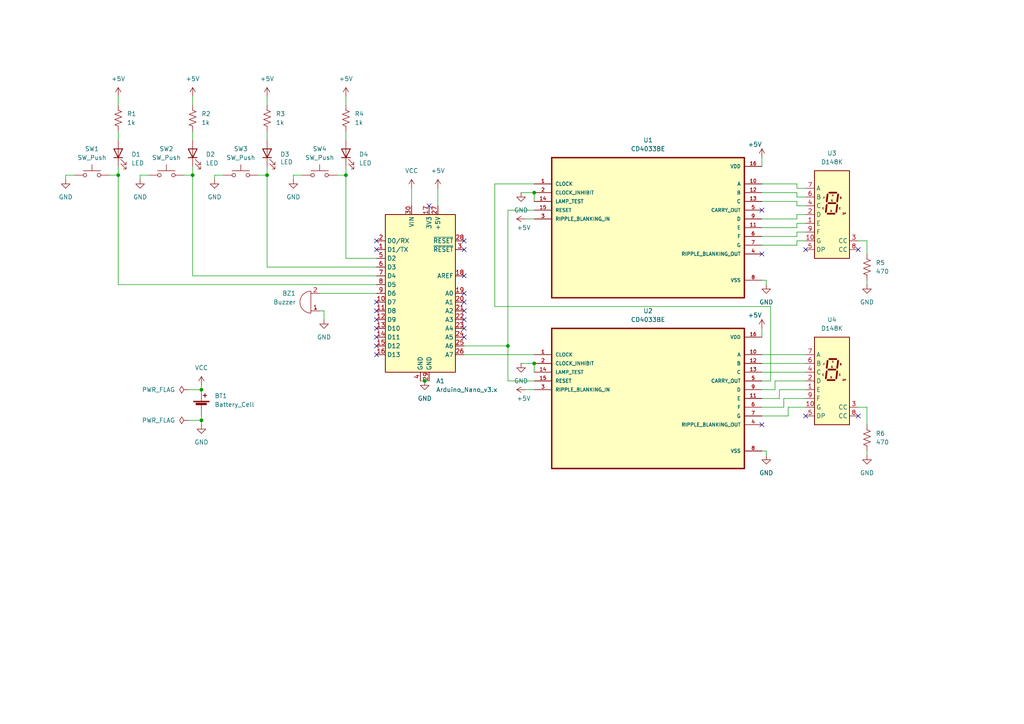
<source format=kicad_sch>
(kicad_sch (version 20211123) (generator eeschema)
  (paper "A4")
  (title_block (title "Simon Dice") (date "2023-02-08"))
  (lib_symbols
    (symbol "CD4033BE:CD4033BE" (pin_names (offset 1.016))
      (property "Reference" "U" (at -27.94 21.32 0))
      (property "Value" "CD4033BE" (at -27.94 -24.32 0))
      (symbol "CD4033BE_0_0"
        (rectangle (start -27.94 -20.32) (end 27.94 20.32) (stroke (width 0.41)) (fill (type background)))
        (pin input line (at -33.02 12.7 0) (length 5.08) (name "CLOCK") (number "1"))
        (pin output line (at 33.02 12.7 180) (length 5.08) (name "A") (number "10"))
        (pin output line (at 33.02 0 180) (length 5.08) (name "E") (number "11"))
        (pin output line (at 33.02 10.16 180) (length 5.08) (name "B") (number "12"))
        (pin output line (at 33.02 7.62 180) (length 5.08) (name "C") (number "13"))
        (pin input line (at -33.02 7.62 0) (length 5.08) (name "LAMP_TEST") (number "14"))
        (pin input line (at -33.02 5.08 0) (length 5.08) (name "RESET") (number "15"))
        (pin power_in line (at 33.02 17.78 180) (length 5.08) (name "VDD") (number "16"))
        (pin input line (at -33.02 10.16 0) (length 5.08) (name "CLOCK_INHIBIT") (number "2"))
        (pin input line (at -33.02 2.54 0) (length 5.08) (name "RIPPLE_BLANKING_IN") (number "3"))
        (pin output line (at 33.02 -7.62 180) (length 5.08) (name "RIPPLE_BLANKING_OUT") (number "4"))
        (pin output line (at 33.02 5.08 180) (length 5.08) (name "CARRY_OUT") (number "5"))
        (pin output line (at 33.02 -2.54 180) (length 5.08) (name "F") (number "6"))
        (pin output line (at 33.02 -5.08 180) (length 5.08) (name "G") (number "7"))
        (pin power_in line (at 33.02 -15.24 180) (length 5.08) (name "VSS") (number "8"))
        (pin output line (at 33.02 2.54 180) (length 5.08) (name "D") (number "9"))
      )
    )
    (symbol "Device:Battery_Cell" (pin_numbers hide) (pin_names (offset 0) hide)
      (property "Reference" "BT" (at 2.54 2.54 0))
      (property "Value" "Battery_Cell" (at 2.54 0 0))
      (symbol "Battery_Cell_0_1"
        (rectangle (start -2.286 1.778) (end 2.286 1.524) (fill (type outline)))
        (rectangle (start -1.5748 1.1938) (end 1.4732 0.6858) (fill (type outline)))
        (polyline (pts (xy 0 0.762) (xy 0 0)))
        (polyline (pts (xy 0 1.778) (xy 0 2.54)))
        (polyline (pts (xy 0.508 3.429) (xy 1.524 3.429)) (stroke (width 0.254)))
        (polyline (pts (xy 1.016 3.937) (xy 1.016 2.921)) (stroke (width 0.254)))
      )
      (symbol "Battery_Cell_1_1"
        (pin passive line (at 0 5.08 270) (length 2.54) (name "+") (number "1"))
        (pin passive line (at 0 -2.54 90) (length 2.54) (name "-") (number "2"))
      )
    )
    (symbol "Device:Buzzer" (pin_names (offset 0.0254) hide)
      (property "Reference" "BZ" (at 3.81 1.27 0))
      (property "Value" "Buzzer" (at 3.81 -1.27 0))
      (symbol "Buzzer_0_1"
        (arc (start 0 -3.175) (mid 3.175 0) (end 0 3.175))
        (polyline (pts (xy -1.651 1.905) (xy -1.143 1.905)))
        (polyline (pts (xy -1.397 2.159) (xy -1.397 1.651)))
        (polyline (pts (xy 0 3.175) (xy 0 -3.175)))
      )
      (symbol "Buzzer_1_1"
        (pin passive line (at -2.54 2.54 0) (length 2.54) (name "-") (number "1"))
        (pin passive line (at -2.54 -2.54 0) (length 2.54) (name "+") (number "2"))
      )
    )
    (symbol "Device:LED" (pin_numbers hide) (pin_names (offset 1.016) hide)
      (property "Reference" "D" (at 0 2.54 0))
      (property "Value" "LED" (at 0 -2.54 0))
      (symbol "LED_0_1"
        (polyline (pts (xy -1.27 -1.27) (xy -1.27 1.27)) (stroke (width 0.254)))
        (polyline (pts (xy -1.27 0) (xy 1.27 0)))
        (polyline (pts (xy 1.27 -1.27) (xy 1.27 1.27) (xy -1.27 0) (xy 1.27 -1.27)) (stroke (width 0.254)))
        (polyline (pts (xy -3.048 -0.762) (xy -4.572 -2.286) (xy -3.81 -2.286) (xy -4.572 -2.286) (xy -4.572 -1.524)))
        (polyline (pts (xy -1.778 -0.762) (xy -3.302 -2.286) (xy -2.54 -2.286) (xy -3.302 -2.286) (xy -3.302 -1.524)))
      )
      (symbol "LED_1_1"
        (pin passive line (at -3.81 0 0) (length 2.54) (name "K") (number "1"))
        (pin passive line (at 3.81 0 180) (length 2.54) (name "A") (number "2"))
      )
    )
    (symbol "Device:R_US" (pin_numbers hide) (pin_names (offset 0))
      (property "Reference" "R" (at 2.54 0 90))
      (property "Value" "R_US" (at -2.54 0 90))
      (symbol "R_US_0_1"
        (polyline (pts (xy 0 -2.286) (xy 0 -2.54)))
        (polyline (pts (xy 0 2.286) (xy 0 2.54)))
        (polyline (pts (xy 0 -0.762) (xy 1.016 -1.143) (xy 0 -1.524) (xy -1.016 -1.905) (xy 0 -2.286)))
        (polyline (pts (xy 0 0.762) (xy 1.016 0.381) (xy 0 0) (xy -1.016 -0.381) (xy 0 -0.762)))
        (polyline (pts (xy 0 2.286) (xy 1.016 1.905) (xy 0 1.524) (xy -1.016 1.143) (xy 0 0.762)))
      )
      (symbol "R_US_1_1"
        (pin passive line (at 0 3.81 270) (length 1.27) (name "~") (number "1"))
        (pin passive line (at 0 -3.81 90) (length 1.27) (name "~") (number "2"))
      )
    )
    (symbol "Display_Character:D148K"
      (property "Reference" "U" (at -2.54 13.97 0))
      (property "Value" "D148K" (at 1.27 13.97 0))
      (symbol "D148K_0_0"
        (text "A" (at 0.254 5.588 0) (effects (font (size 0.508 0.508))))
        (text "B" (at 2.54 4.826 0) (effects (font (size 0.508 0.508))))
        (text "C" (at 2.286 1.778 0) (effects (font (size 0.508 0.508))))
        (text "D" (at -0.254 1.016 0) (effects (font (size 0.508 0.508))))
        (text "DP" (at 3.556 0.254 0) (effects (font (size 0.508 0.508))))
        (text "E" (at -2.54 1.778 0) (effects (font (size 0.508 0.508))))
        (text "F" (at -2.286 4.826 0) (effects (font (size 0.508 0.508))))
        (text "G" (at 0 4.064 0) (effects (font (size 0.508 0.508))))
      )
      (symbol "D148K_0_1"
        (rectangle (start -5.08 12.7) (end 5.08 -12.7) (stroke (width 0.254)) (fill (type background)))
        (polyline (pts (xy -1.524 2.794) (xy -1.778 0.762)) (stroke (width 0.508)))
        (polyline (pts (xy -1.27 0.254) (xy 0.762 0.254)) (stroke (width 0.508)))
        (polyline (pts (xy -1.27 5.842) (xy -1.524 3.81)) (stroke (width 0.508)))
        (polyline (pts (xy -1.016 3.302) (xy 1.016 3.302)) (stroke (width 0.508)))
        (polyline (pts (xy -0.762 6.35) (xy 1.27 6.35)) (stroke (width 0.508)))
        (polyline (pts (xy 1.524 2.794) (xy 1.27 0.762)) (stroke (width 0.508)))
        (polyline (pts (xy 1.778 5.842) (xy 1.524 3.81)) (stroke (width 0.508)))
        (polyline (pts (xy 2.54 0.254) (xy 2.54 0.254)) (stroke (width 0.508)))
      )
      (symbol "D148K_1_1"
        (pin input line (at -7.62 -2.54 0) (length 2.54) (name "E") (number "1"))
        (pin input line (at -7.62 -7.62 0) (length 2.54) (name "G") (number "10"))
        (pin input line (at -7.62 0 0) (length 2.54) (name "D") (number "2"))
        (pin input line (at 7.62 -7.62 180) (length 2.54) (name "CC") (number "3"))
        (pin input line (at -7.62 2.54 0) (length 2.54) (name "C") (number "4"))
        (pin input line (at -7.62 -10.16 0) (length 2.54) (name "DP") (number "5"))
        (pin input line (at -7.62 5.08 0) (length 2.54) (name "B") (number "6"))
        (pin input line (at -7.62 7.62 0) (length 2.54) (name "A") (number "7"))
        (pin input line (at 7.62 -10.16 180) (length 2.54) (name "CC") (number "8"))
        (pin input line (at -7.62 -5.08 0) (length 2.54) (name "F") (number "9"))
      )
    )
    (symbol "MCU_Module:Arduino_Nano_v3.x"
      (property "Reference" "A" (at -10.16 23.495 0))
      (property "Value" "Arduino_Nano_v3.x" (at 5.08 -24.13 0))
      (symbol "Arduino_Nano_v3.x_0_1"
        (rectangle (start -10.16 22.86) (end 10.16 -22.86) (stroke (width 0.254)) (fill (type background)))
      )
      (symbol "Arduino_Nano_v3.x_1_1"
        (pin bidirectional line (at -12.7 12.7 0) (length 2.54) (name "D1/TX") (number "1"))
        (pin bidirectional line (at -12.7 -2.54 0) (length 2.54) (name "D7") (number "10"))
        (pin bidirectional line (at -12.7 -5.08 0) (length 2.54) (name "D8") (number "11"))
        (pin bidirectional line (at -12.7 -7.62 0) (length 2.54) (name "D9") (number "12"))
        (pin bidirectional line (at -12.7 -10.16 0) (length 2.54) (name "D10") (number "13"))
        (pin bidirectional line (at -12.7 -12.7 0) (length 2.54) (name "D11") (number "14"))
        (pin bidirectional line (at -12.7 -15.24 0) (length 2.54) (name "D12") (number "15"))
        (pin bidirectional line (at -12.7 -17.78 0) (length 2.54) (name "D13") (number "16"))
        (pin power_out line (at 2.54 25.4 270) (length 2.54) (name "3V3") (number "17"))
        (pin input line (at 12.7 5.08 180) (length 2.54) (name "AREF") (number "18"))
        (pin bidirectional line (at 12.7 0 180) (length 2.54) (name "A0") (number "19"))
        (pin bidirectional line (at -12.7 15.24 0) (length 2.54) (name "D0/RX") (number "2"))
        (pin bidirectional line (at 12.7 -2.54 180) (length 2.54) (name "A1") (number "20"))
        (pin bidirectional line (at 12.7 -5.08 180) (length 2.54) (name "A2") (number "21"))
        (pin bidirectional line (at 12.7 -7.62 180) (length 2.54) (name "A3") (number "22"))
        (pin bidirectional line (at 12.7 -10.16 180) (length 2.54) (name "A4") (number "23"))
        (pin bidirectional line (at 12.7 -12.7 180) (length 2.54) (name "A5") (number "24"))
        (pin bidirectional line (at 12.7 -15.24 180) (length 2.54) (name "A6") (number "25"))
        (pin bidirectional line (at 12.7 -17.78 180) (length 2.54) (name "A7") (number "26"))
        (pin power_out line (at 5.08 25.4 270) (length 2.54) (name "+5V") (number "27"))
        (pin input line (at 12.7 15.24 180) (length 2.54) (name "~{RESET}") (number "28"))
        (pin power_in line (at 2.54 -25.4 90) (length 2.54) (name "GND") (number "29"))
        (pin input line (at 12.7 12.7 180) (length 2.54) (name "~{RESET}") (number "3"))
        (pin power_in line (at -2.54 25.4 270) (length 2.54) (name "VIN") (number "30"))
        (pin power_in line (at 0 -25.4 90) (length 2.54) (name "GND") (number "4"))
        (pin bidirectional line (at -12.7 10.16 0) (length 2.54) (name "D2") (number "5"))
        (pin bidirectional line (at -12.7 7.62 0) (length 2.54) (name "D3") (number "6"))
        (pin bidirectional line (at -12.7 5.08 0) (length 2.54) (name "D4") (number "7"))
        (pin bidirectional line (at -12.7 2.54 0) (length 2.54) (name "D5") (number "8"))
        (pin bidirectional line (at -12.7 0 0) (length 2.54) (name "D6") (number "9"))
      )
    )
    (symbol "Switch:SW_Push" (pin_numbers hide) (pin_names (offset 1.016) hide)
      (property "Reference" "SW" (at 1.27 2.54 0))
      (property "Value" "SW_Push" (at 0 -1.524 0))
      (symbol "SW_Push_0_1"
        (circle (center -2.032 0) (radius 0.508))
        (polyline (pts (xy 0 1.27) (xy 0 3.048)))
        (polyline (pts (xy 2.54 1.27) (xy -2.54 1.27)))
        (circle (center 2.032 0) (radius 0.508))
        (pin passive line (at -5.08 0 0) (length 2.54) (name "1") (number "1"))
        (pin passive line (at 5.08 0 180) (length 2.54) (name "2") (number "2"))
      )
    )
    (symbol "power:+5V" (power) (pin_names (offset 0))
      (property "Value" "+5V" (at 0 3.556 0))
      (symbol "+5V_0_1"
        (polyline (pts (xy -0.762 1.27) (xy 0 2.54)))
        (polyline (pts (xy 0 0) (xy 0 2.54)))
        (polyline (pts (xy 0 2.54) (xy 0.762 1.27)))
      )
      (symbol "+5V_1_1"
        (pin power_in line (at 0 0 90) (length 0) hide (name "+5V") (number "1"))
      )
    )
    (symbol "power:GND" (power) (pin_names (offset 0))
      (property "Value" "GND" (at 0 -3.81 0))
      (symbol "GND_0_1"
        (polyline (pts (xy 0 0) (xy 0 -1.27) (xy 1.27 -1.27) (xy 0 -2.54) (xy -1.27 -1.27) (xy 0 -1.27)))
      )
      (symbol "GND_1_1"
        (pin power_in line (at 0 0 270) (length 0) hide (name "GND") (number "1"))
      )
    )
    (symbol "power:PWR_FLAG" (power) (pin_numbers hide) (pin_names (offset 0) hide)
      (property "Value" "PWR_FLAG" (at 0 3.81 0))
      (symbol "PWR_FLAG_0_0"
        (pin power_out line (at 0 0 90) (length 0) (name "pwr") (number "1"))
      )
      (symbol "PWR_FLAG_0_1"
        (polyline (pts (xy 0 0) (xy 0 1.27) (xy -1.016 1.905) (xy 0 2.54) (xy 1.016 1.905) (xy 0 1.27)))
      )
    )
    (symbol "power:VCC" (power) (pin_names (offset 0))
      (property "Value" "VCC" (at 0 3.81 0))
      (symbol "VCC_0_1"
        (polyline (pts (xy -0.762 1.27) (xy 0 2.54)))
        (polyline (pts (xy 0 0) (xy 0 2.54)))
        (polyline (pts (xy 0 2.54) (xy 0.762 1.27)))
      )
      (symbol "VCC_1_1"
        (pin power_in line (at 0 0 90) (length 0) hide (name "VCC") (number "1"))
      )
    )
  )
  (junction (at 123.19 110.49))
  (junction (at 147.32 100.33))
  (junction (at 58.42 113.03))
  (junction (at 154.94 105.41))
  (junction (at 100.33 50.8))
  (junction (at 154.94 55.88))
  (junction (at 58.42 121.92))
  (junction (at 34.29 50.8))
  (junction (at 55.88 50.8))
  (junction (at 77.47 50.8))
  (no_connect (at 134.62 90.17))
  (no_connect (at 233.68 120.65))
  (no_connect (at 109.22 69.85))
  (no_connect (at 109.22 87.63))
  (no_connect (at 124.46 59.69))
  (no_connect (at 109.22 95.25))
  (no_connect (at 109.22 90.17))
  (no_connect (at 109.22 100.33))
  (no_connect (at 134.62 80.01))
  (no_connect (at 109.22 72.39))
  (no_connect (at 134.62 97.79))
  (no_connect (at 109.22 102.87))
  (no_connect (at 134.62 92.71))
  (no_connect (at 109.22 92.71))
  (no_connect (at 134.62 72.39))
  (no_connect (at 134.62 87.63))
  (no_connect (at 134.62 95.25))
  (no_connect (at 134.62 85.09))
  (no_connect (at 220.98 123.19))
  (no_connect (at 248.92 120.65))
  (no_connect (at 220.98 60.96))
  (no_connect (at 220.98 73.66))
  (no_connect (at 109.22 97.79))
  (no_connect (at 134.62 69.85))
  (no_connect (at 233.68 72.39))
  (no_connect (at 248.92 72.39))
  (wire (pts (xy 220.98 113.03) (xy 224.79 113.03)))
  (wire (pts (xy 226.06 115.57) (xy 226.06 113.03)))
  (wire (pts (xy 58.42 111.76) (xy 58.42 113.03)))
  (wire (pts (xy 40.64 50.8) (xy 40.64 52.07)))
  (wire (pts (xy 43.18 50.8) (xy 40.64 50.8)))
  (wire (pts (xy 54.61 121.92) (xy 58.42 121.92)))
  (wire (pts (xy 220.98 58.42) (xy 231.14 58.42)))
  (wire (pts (xy 233.68 69.85) (xy 231.14 69.85)))
  (wire (pts (xy 224.79 110.49) (xy 233.68 110.49)))
  (wire (pts (xy 55.88 50.8) (xy 53.34 50.8)))
  (wire (pts (xy 100.33 50.8) (xy 97.79 50.8)))
  (wire (pts (xy 109.22 74.93) (xy 100.33 74.93)))
  (wire (pts (xy 55.88 80.01) (xy 55.88 50.8)))
  (wire (pts (xy 19.05 50.8) (xy 19.05 52.07)))
  (wire (pts (xy 223.52 110.49) (xy 223.52 88.9)))
  (wire (pts (xy 58.42 120.65) (xy 58.42 121.92)))
  (wire (pts (xy 220.98 81.28) (xy 222.25 81.28)))
  (wire (pts (xy 109.22 80.01) (xy 55.88 80.01)))
  (wire (pts (xy 58.42 121.92) (xy 58.42 123.19)))
  (wire (pts (xy 228.6 120.65) (xy 228.6 118.11)))
  (wire (pts (xy 143.51 88.9) (xy 143.51 53.34)))
  (wire (pts (xy 55.88 48.26) (xy 55.88 50.8)))
  (wire (pts (xy 121.92 110.49) (xy 123.19 110.49)))
  (wire (pts (xy 231.14 69.85) (xy 231.14 71.12)))
  (wire (pts (xy 134.62 100.33) (xy 147.32 100.33)))
  (wire (pts (xy 220.98 102.87) (xy 233.68 102.87)))
  (wire (pts (xy 55.88 27.94) (xy 55.88 30.48)))
  (wire (pts (xy 77.47 77.47) (xy 77.47 50.8)))
  (wire (pts (xy 220.98 53.34) (xy 231.14 53.34)))
  (wire (pts (xy 231.14 58.42) (xy 231.14 59.69)))
  (wire (pts (xy 233.68 57.15) (xy 231.14 57.15)))
  (wire (pts (xy 54.61 113.03) (xy 58.42 113.03)))
  (wire (pts (xy 220.98 45.72) (xy 220.98 48.26)))
  (wire (pts (xy 152.4 63.5) (xy 154.94 63.5)))
  (wire (pts (xy 151.13 105.41) (xy 154.94 105.41)))
  (wire (pts (xy 100.33 27.94) (xy 100.33 30.48)))
  (wire (pts (xy 93.98 90.17) (xy 93.98 92.71)))
  (wire (pts (xy 231.14 67.31) (xy 233.68 67.31)))
  (wire (pts (xy 226.06 113.03) (xy 233.68 113.03)))
  (wire (pts (xy 220.98 68.58) (xy 231.14 68.58)))
  (wire (pts (xy 231.14 57.15) (xy 231.14 55.88)))
  (wire (pts (xy 34.29 38.1) (xy 34.29 40.64)))
  (wire (pts (xy 227.33 115.57) (xy 233.68 115.57)))
  (wire (pts (xy 220.98 118.11) (xy 227.33 118.11)))
  (wire (pts (xy 251.46 123.19) (xy 251.46 118.11)))
  (wire (pts (xy 228.6 118.11) (xy 233.68 118.11)))
  (wire (pts (xy 220.98 105.41) (xy 233.68 105.41)))
  (wire (pts (xy 251.46 118.11) (xy 248.92 118.11)))
  (wire (pts (xy 77.47 50.8) (xy 74.93 50.8)))
  (wire (pts (xy 223.52 88.9) (xy 143.51 88.9)))
  (wire (pts (xy 220.98 130.81) (xy 222.25 130.81)))
  (wire (pts (xy 231.14 55.88) (xy 220.98 55.88)))
  (wire (pts (xy 231.14 62.23) (xy 233.68 62.23)))
  (wire (pts (xy 251.46 81.28) (xy 251.46 82.55)))
  (wire (pts (xy 34.29 50.8) (xy 31.75 50.8)))
  (wire (pts (xy 154.94 55.88) (xy 154.94 58.42)))
  (wire (pts (xy 127 54.61) (xy 127 59.69)))
  (wire (pts (xy 92.71 90.17) (xy 93.98 90.17)))
  (wire (pts (xy 251.46 69.85) (xy 251.46 73.66)))
  (wire (pts (xy 222.25 130.81) (xy 222.25 132.08)))
  (wire (pts (xy 34.29 27.94) (xy 34.29 30.48)))
  (wire (pts (xy 134.62 102.87) (xy 154.94 102.87)))
  (wire (pts (xy 77.47 48.26) (xy 77.47 50.8)))
  (wire (pts (xy 231.14 59.69) (xy 233.68 59.69)))
  (wire (pts (xy 231.14 66.04) (xy 231.14 64.77)))
  (wire (pts (xy 231.14 54.61) (xy 233.68 54.61)))
  (wire (pts (xy 143.51 53.34) (xy 154.94 53.34)))
  (wire (pts (xy 220.98 107.95) (xy 233.68 107.95)))
  (wire (pts (xy 227.33 118.11) (xy 227.33 115.57)))
  (wire (pts (xy 124.46 110.49) (xy 123.19 110.49)))
  (wire (pts (xy 220.98 95.25) (xy 220.98 97.79)))
  (wire (pts (xy 64.77 50.8) (xy 62.23 50.8)))
  (wire (pts (xy 248.92 69.85) (xy 251.46 69.85)))
  (wire (pts (xy 231.14 53.34) (xy 231.14 54.61)))
  (wire (pts (xy 154.94 105.41) (xy 154.94 107.95)))
  (wire (pts (xy 231.14 64.77) (xy 233.68 64.77)))
  (wire (pts (xy 220.98 63.5) (xy 231.14 63.5)))
  (wire (pts (xy 77.47 38.1) (xy 77.47 40.64)))
  (wire (pts (xy 147.32 60.96) (xy 154.94 60.96)))
  (wire (pts (xy 109.22 77.47) (xy 77.47 77.47)))
  (wire (pts (xy 251.46 130.81) (xy 251.46 132.08)))
  (wire (pts (xy 231.14 63.5) (xy 231.14 62.23)))
  (wire (pts (xy 55.88 38.1) (xy 55.88 40.64)))
  (wire (pts (xy 220.98 120.65) (xy 228.6 120.65)))
  (wire (pts (xy 231.14 71.12) (xy 220.98 71.12)))
  (wire (pts (xy 100.33 74.93) (xy 100.33 50.8)))
  (wire (pts (xy 85.09 50.8) (xy 85.09 52.07)))
  (wire (pts (xy 231.14 68.58) (xy 231.14 67.31)))
  (wire (pts (xy 224.79 113.03) (xy 224.79 110.49)))
  (wire (pts (xy 154.94 110.49) (xy 147.32 110.49)))
  (wire (pts (xy 222.25 81.28) (xy 222.25 82.55)))
  (wire (pts (xy 34.29 82.55) (xy 34.29 50.8)))
  (wire (pts (xy 151.13 55.88) (xy 154.94 55.88)))
  (wire (pts (xy 100.33 48.26) (xy 100.33 50.8)))
  (wire (pts (xy 92.71 85.09) (xy 109.22 85.09)))
  (wire (pts (xy 220.98 115.57) (xy 226.06 115.57)))
  (wire (pts (xy 77.47 27.94) (xy 77.47 30.48)))
  (wire (pts (xy 34.29 48.26) (xy 34.29 50.8)))
  (wire (pts (xy 100.33 38.1) (xy 100.33 40.64)))
  (wire (pts (xy 119.38 54.61) (xy 119.38 59.69)))
  (wire (pts (xy 87.63 50.8) (xy 85.09 50.8)))
  (wire (pts (xy 147.32 60.96) (xy 147.32 100.33)))
  (wire (pts (xy 220.98 110.49) (xy 223.52 110.49)))
  (wire (pts (xy 62.23 50.8) (xy 62.23 52.07)))
  (wire (pts (xy 220.98 66.04) (xy 231.14 66.04)))
  (wire (pts (xy 109.22 82.55) (xy 34.29 82.55)))
  (wire (pts (xy 152.4 113.03) (xy 154.94 113.03)))
  (wire (pts (xy 147.32 100.33) (xy 147.32 110.49)))
  (wire (pts (xy 21.59 50.8) (xy 19.05 50.8)))
  (symbol (lib_id "power:+5V") (at 152.4 63.5 90) (unit 1)
    (property "Reference" "#PWR017" (effects hide))
    (property "Value" "+5V" (at 149.86 66.04 90) (effects (justify right)))
  )
  (symbol (lib_id "Device:Buzzer") (at 90.17 87.63 180) (unit 1)
    (property "Reference" "BZ1" (at 83.82 85.09 0))
    (property "Value" "Buzzer" (at 82.55 87.63 0))
    (property "Footprint" "Buzzer_Beeper:Buzzer_12x9.5RM7.6" (effects hide))
  )
  (symbol (lib_id "power:+5V") (at 77.47 27.94 0) (unit 1)
    (property "Reference" "#PWR08" (effects hide))
    (property "Value" "+5V" (at 77.47 22.86 0))
  )
  (symbol (lib_id "Device:LED") (at 77.47 44.45 90) (unit 1)
    (property "Reference" "D3" (at 81.28 44.7674 90) (effects (justify right)))
    (property "Value" "LED" (at 81.28 46.99 90) (effects (justify right)))
    (property "Footprint" "LED_THT:LED_D3.0mm" (effects hide))
  )
  (symbol (lib_id "power:GND") (at 40.64 52.07 0) (unit 1)
    (property "Reference" "#PWR03" (effects hide))
    (property "Value" "GND" (at 40.64 57.15 0))
  )
  (symbol (lib_id "CD4033BE:CD4033BE") (at 187.96 115.57 0) (unit 1)
    (property "Reference" "U2" (at 187.96 90.17 0))
    (property "Value" "CD4033BE" (at 187.96 92.71 0))
    (property "Footprint" "CD4033:DIP794W45P254L1969H508Q16" (effects hide))
  )
  (symbol (lib_id "power:GND") (at 151.13 105.41 0) (unit 1)
    (property "Reference" "#PWR016" (effects hide))
    (property "Value" "GND" (at 151.13 110.49 0))
  )
  (symbol (lib_id "CD4033BE:CD4033BE") (at 187.96 66.04 0) (unit 1)
    (property "Reference" "U1" (at 187.96 40.64 0))
    (property "Value" "CD4033BE" (at 187.96 43.18 0))
    (property "Footprint" "CD4033:DIP794W45P254L1969H508Q16" (effects hide))
  )
  (symbol (lib_id "Device:R_US") (at 77.47 34.29 0) (unit 1)
    (property "Reference" "R3" (at 80.01 33.0199 0) (effects (justify left)))
    (property "Value" "1k" (at 80.01 35.5599 0) (effects (justify left)))
    (property "Footprint" "Resistor_THT:R_Axial_DIN0204_L3.6mm_D1.6mm_P5.08mm_Horizontal" (effects hide))
  )
  (symbol (lib_id "power:GND") (at 222.25 132.08 0) (unit 1)
    (property "Reference" "#PWR022" (effects hide))
    (property "Value" "GND" (at 222.25 137.16 0))
  )
  (symbol (lib_id "Switch:SW_Push") (at 92.71 50.8 0) (unit 1)
    (property "Reference" "SW4" (at 92.71 43.18 0))
    (property "Value" "SW_Push" (at 92.71 45.72 0))
    (property "Footprint" "Button_Switch_THT:SW_PUSH-12mm" (effects hide))
  )
  (symbol (lib_id "power:GND") (at 251.46 132.08 0) (unit 1)
    (property "Reference" "#PWR024" (effects hide))
    (property "Value" "GND" (at 251.46 137.16 0))
  )
  (symbol (lib_id "power:GND") (at 93.98 92.71 0) (unit 1)
    (property "Reference" "#PWR010" (effects hide))
    (property "Value" "GND" (at 93.98 97.79 0))
  )
  (symbol (lib_id "Switch:SW_Push") (at 69.85 50.8 0) (unit 1)
    (property "Reference" "SW3" (at 69.85 43.18 0))
    (property "Value" "SW_Push" (at 69.85 45.72 0))
    (property "Footprint" "Button_Switch_THT:SW_PUSH-12mm" (effects hide))
  )
  (symbol (lib_id "power:+5V") (at 220.98 95.25 0) (unit 1)
    (property "Reference" "#PWR020" (effects hide))
    (property "Value" "+5V" (at 220.98 91.44 0) (effects (justify right)))
  )
  (symbol (lib_id "power:+5V") (at 34.29 27.94 0) (unit 1)
    (property "Reference" "#PWR02" (effects hide))
    (property "Value" "+5V" (at 34.29 22.86 0))
  )
  (symbol (lib_id "Device:LED") (at 55.88 44.45 90) (unit 1)
    (property "Reference" "D2" (at 59.69 44.7674 90) (effects (justify right)))
    (property "Value" "LED" (at 59.69 47.3074 90) (effects (justify right)))
    (property "Footprint" "LED_THT:LED_D3.0mm" (effects hide))
  )
  (symbol (lib_id "power:GND") (at 62.23 52.07 0) (unit 1)
    (property "Reference" "#PWR07" (effects hide))
    (property "Value" "GND" (at 62.23 57.15 0))
  )
  (symbol (lib_id "power:GND") (at 123.19 110.49 0) (unit 1)
    (property "Reference" "#PWR013" (effects hide))
    (property "Value" "GND" (at 123.19 115.57 0))
  )
  (symbol (lib_id "Display_Character:D148K") (at 241.3 62.23 0) (unit 1)
    (property "Reference" "U3" (at 241.3 44.45 0))
    (property "Value" "D148K" (at 241.3 46.99 0))
    (property "Footprint" "Display_7Segment:D1X8K" (effects hide))
    (property "Datasheet" "https://ia800903.us.archive.org/24/items/CTKD1x8K/Cromatek%20D168K.pdf" (effects hide))
  )
  (symbol (lib_id "MCU_Module:Arduino_Nano_v3.x") (at 121.92 85.09 0) (unit 1)
    (property "Reference" "A1" (at 126.4794 110.49 0) (effects (justify left)))
    (property "Value" "Arduino_Nano_v3.x" (at 126.4794 113.03 0) (effects (justify left)))
    (property "Footprint" "Module:Arduino_Nano" (effects hide))
    (property "Datasheet" "http://www.mouser.com/pdfdocs/Gravitech_Arduino_Nano3_0.pdf" (effects hide))
  )
  (symbol (lib_id "power:+5V") (at 127 54.61 0) (unit 1)
    (property "Reference" "#PWR014" (effects hide))
    (property "Value" "+5V" (at 127 49.53 0))
  )
  (symbol (lib_id "Device:LED") (at 34.29 44.45 90) (unit 1)
    (property "Reference" "D1" (at 38.1 44.7674 90) (effects (justify right)))
    (property "Value" "LED" (at 38.1 47.3074 90) (effects (justify right)))
    (property "Footprint" "LED_THT:LED_D3.0mm" (effects hide))
  )
  (symbol (lib_id "Switch:SW_Push") (at 26.67 50.8 0) (unit 1)
    (property "Reference" "SW1" (at 26.67 43.18 0))
    (property "Value" "SW_Push" (at 26.67 45.72 0))
    (property "Footprint" "Button_Switch_THT:SW_PUSH-12mm" (effects hide))
  )
  (symbol (lib_id "power:GND") (at 58.42 123.19 0) (unit 1)
    (property "Reference" "#PWR06" (effects hide))
    (property "Value" "GND" (at 58.42 128.27 0))
  )
  (symbol (lib_id "power:+5V") (at 100.33 27.94 0) (unit 1)
    (property "Reference" "#PWR011" (effects hide))
    (property "Value" "+5V" (at 100.33 22.86 0))
  )
  (symbol (lib_id "power:VCC") (at 119.38 54.61 0) (unit 1)
    (property "Reference" "#PWR012" (effects hide))
    (property "Value" "VCC" (at 119.38 49.53 0))
  )
  (symbol (lib_id "power:PWR_FLAG") (at 54.61 121.92 90) (unit 1)
    (property "Reference" "#FLG0102" (effects hide))
    (property "Value" "PWR_FLAG" (at 50.8 121.9199 90) (effects (justify left)))
  )
  (symbol (lib_id "Switch:SW_Push") (at 48.26 50.8 0) (unit 1)
    (property "Reference" "SW2" (at 48.26 43.18 0))
    (property "Value" "SW_Push" (at 48.26 45.72 0))
    (property "Footprint" "Button_Switch_THT:SW_PUSH-12mm" (effects hide))
  )
  (symbol (lib_id "power:VCC") (at 58.42 111.76 0) (unit 1)
    (property "Reference" "#PWR05" (effects hide))
    (property "Value" "VCC" (at 58.42 106.68 0))
  )
  (symbol (lib_id "power:GND") (at 151.13 55.88 0) (unit 1)
    (property "Reference" "#PWR015" (effects hide))
    (property "Value" "GND" (at 151.13 60.96 0))
  )
  (symbol (lib_id "Device:Battery_Cell") (at 58.42 118.11 0) (unit 1)
    (property "Reference" "BT1" (at 62.23 114.8079 0) (effects (justify left)))
    (property "Value" "Battery_Cell" (at 62.23 117.3479 0) (effects (justify left)))
    (property "Footprint" "Connector_Phoenix_MSTB:PhoenixContact_MSTBA_2,5_2-G-5,08_1x02_P5.08mm_Horizontal" (effects hide))
  )
  (symbol (lib_id "power:+5V") (at 152.4 113.03 90) (unit 1)
    (property "Reference" "#PWR018" (effects hide))
    (property "Value" "+5V" (at 149.86 115.57 90) (effects (justify right)))
  )
  (symbol (lib_id "Device:R_US") (at 100.33 34.29 0) (unit 1)
    (property "Reference" "R4" (at 102.87 33.0199 0) (effects (justify left)))
    (property "Value" "1k" (at 102.87 35.5599 0) (effects (justify left)))
    (property "Footprint" "Resistor_THT:R_Axial_DIN0204_L3.6mm_D1.6mm_P5.08mm_Horizontal" (effects hide))
  )
  (symbol (lib_id "power:GND") (at 85.09 52.07 0) (unit 1)
    (property "Reference" "#PWR09" (effects hide))
    (property "Value" "GND" (at 85.09 57.15 0))
  )
  (symbol (lib_id "power:GND") (at 222.25 82.55 0) (unit 1)
    (property "Reference" "#PWR021" (effects hide))
    (property "Value" "GND" (at 222.25 87.63 0))
  )
  (symbol (lib_id "Device:R_US") (at 251.46 77.47 0) (unit 1)
    (property "Reference" "R5" (at 254 76.1999 0) (effects (justify left)))
    (property "Value" "470" (at 254 78.7399 0) (effects (justify left)))
    (property "Footprint" "Resistor_THT:R_Axial_DIN0204_L3.6mm_D1.6mm_P5.08mm_Horizontal" (effects hide))
  )
  (symbol (lib_id "Display_Character:D148K") (at 241.3 110.49 0) (unit 1)
    (property "Reference" "U4" (at 241.3 92.71 0))
    (property "Value" "D148K" (at 241.3 95.25 0))
    (property "Footprint" "Display_7Segment:D1X8K" (effects hide))
    (property "Datasheet" "https://ia800903.us.archive.org/24/items/CTKD1x8K/Cromatek%20D168K.pdf" (effects hide))
  )
  (symbol (lib_id "power:+5V") (at 55.88 27.94 0) (unit 1)
    (property "Reference" "#PWR04" (effects hide))
    (property "Value" "+5V" (at 55.88 22.86 0))
  )
  (symbol (lib_id "Device:R_US") (at 55.88 34.29 0) (unit 1)
    (property "Reference" "R2" (at 58.42 33.0199 0) (effects (justify left)))
    (property "Value" "1k" (at 58.42 35.5599 0) (effects (justify left)))
    (property "Footprint" "Resistor_THT:R_Axial_DIN0204_L3.6mm_D1.6mm_P5.08mm_Horizontal" (effects hide))
  )
  (symbol (lib_id "power:PWR_FLAG") (at 54.61 113.03 90) (unit 1)
    (property "Reference" "#FLG0101" (effects hide))
    (property "Value" "PWR_FLAG" (at 50.8 113.0299 90) (effects (justify left)))
  )
  (symbol (lib_id "power:GND") (at 19.05 52.07 0) (unit 1)
    (property "Reference" "#PWR01" (effects hide))
    (property "Value" "GND" (at 19.05 57.15 0))
  )
  (symbol (lib_id "power:+5V") (at 220.98 45.72 0) (unit 1)
    (property "Reference" "#PWR019" (effects hide))
    (property "Value" "+5V" (at 220.98 41.91 0) (effects (justify right)))
  )
  (symbol (lib_id "power:GND") (at 251.46 82.55 0) (unit 1)
    (property "Reference" "#PWR023" (effects hide))
    (property "Value" "GND" (at 251.46 87.63 0))
  )
  (symbol (lib_id "Device:R_US") (at 251.46 127 0) (unit 1)
    (property "Reference" "R6" (at 254 125.7299 0) (effects (justify left)))
    (property "Value" "470" (at 254 128.2699 0) (effects (justify left)))
    (property "Footprint" "Resistor_THT:R_Axial_DIN0204_L3.6mm_D1.6mm_P5.08mm_Horizontal" (effects hide))
  )
  (symbol (lib_id "Device:LED") (at 100.33 44.45 90) (unit 1)
    (property "Reference" "D4" (at 104.14 44.7674 90) (effects (justify right)))
    (property "Value" "LED" (at 104.14 47.3074 90) (effects (justify right)))
    (property "Footprint" "LED_THT:LED_D3.0mm" (effects hide))
  )
  (symbol (lib_id "Device:R_US") (at 34.29 34.29 0) (unit 1)
    (property "Reference" "R1" (at 36.83 33.0199 0) (effects (justify left)))
    (property "Value" "1k" (at 36.83 35.5599 0) (effects (justify left)))
    (property "Footprint" "Resistor_THT:R_Axial_DIN0204_L3.6mm_D1.6mm_P5.08mm_Horizontal" (effects hide))
  )
)
</source>
